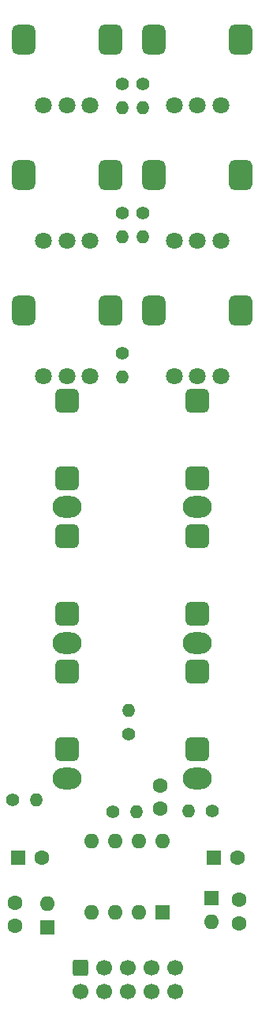
<source format=gbs>
%TF.GenerationSoftware,KiCad,Pcbnew,(7.0.0)*%
%TF.CreationDate,2023-02-22T07:55:50-05:00*%
%TF.ProjectId,ER-MIXER5-02,45522d4d-4958-4455-9235-2d30322e6b69,1*%
%TF.SameCoordinates,Original*%
%TF.FileFunction,Soldermask,Bot*%
%TF.FilePolarity,Negative*%
%FSLAX46Y46*%
G04 Gerber Fmt 4.6, Leading zero omitted, Abs format (unit mm)*
G04 Created by KiCad (PCBNEW (7.0.0)) date 2023-02-22 07:55:50*
%MOMM*%
%LPD*%
G01*
G04 APERTURE LIST*
G04 Aperture macros list*
%AMRoundRect*
0 Rectangle with rounded corners*
0 $1 Rounding radius*
0 $2 $3 $4 $5 $6 $7 $8 $9 X,Y pos of 4 corners*
0 Add a 4 corners polygon primitive as box body*
4,1,4,$2,$3,$4,$5,$6,$7,$8,$9,$2,$3,0*
0 Add four circle primitives for the rounded corners*
1,1,$1+$1,$2,$3*
1,1,$1+$1,$4,$5*
1,1,$1+$1,$6,$7*
1,1,$1+$1,$8,$9*
0 Add four rect primitives between the rounded corners*
20,1,$1+$1,$2,$3,$4,$5,0*
20,1,$1+$1,$4,$5,$6,$7,0*
20,1,$1+$1,$6,$7,$8,$9,0*
20,1,$1+$1,$8,$9,$2,$3,0*%
G04 Aperture macros list end*
%ADD10RoundRect,0.625000X0.625000X-0.975000X0.625000X0.975000X-0.625000X0.975000X-0.625000X-0.975000X0*%
%ADD11RoundRect,0.578704X0.671296X-1.021296X0.671296X1.021296X-0.671296X1.021296X-0.671296X-1.021296X0*%
%ADD12C,1.800000*%
%ADD13C,1.400000*%
%ADD14O,1.400000X1.400000*%
%ADD15R,1.600000X1.600000*%
%ADD16O,1.600000X1.600000*%
%ADD17O,3.100000X2.300000*%
%ADD18RoundRect,0.650000X-0.650000X-0.650000X0.650000X-0.650000X0.650000X0.650000X-0.650000X0.650000X0*%
%ADD19C,1.600000*%
%ADD20RoundRect,0.250000X-0.600000X0.600000X-0.600000X-0.600000X0.600000X-0.600000X0.600000X0.600000X0*%
%ADD21C,1.700000*%
G04 APERTURE END LIST*
D10*
%TO.C,RV5*%
X17950000Y-29500000D03*
D11*
X27250000Y-29500000D03*
D12*
X25100000Y-36500000D03*
X22600000Y-36500000D03*
X20100000Y-36500000D03*
%TD*%
D13*
%TO.C,R4*%
X16750000Y-33530000D03*
D14*
X16749999Y-36069999D03*
%TD*%
D15*
%TO.C,D2*%
X6499999Y-109883685D03*
D16*
X6499999Y-107343685D03*
%TD*%
D10*
%TO.C,RV1*%
X17950000Y-44000000D03*
D11*
X27250000Y-44000000D03*
D12*
X25100000Y-51000000D03*
X22600000Y-51000000D03*
X20100000Y-51000000D03*
%TD*%
D10*
%TO.C,RV3*%
X17950000Y-15000000D03*
D11*
X27250000Y-15000000D03*
D12*
X25100000Y-22000000D03*
X22600000Y-22000000D03*
X20100000Y-22000000D03*
%TD*%
D10*
%TO.C,RV6*%
X3950000Y-44000000D03*
D11*
X13250000Y-44000000D03*
D12*
X11100000Y-51000000D03*
X8600000Y-51000000D03*
X6100000Y-51000000D03*
%TD*%
D17*
%TO.C,J5*%
X22599999Y-79479999D03*
D18*
X22600000Y-68080000D03*
X22600000Y-76380000D03*
%TD*%
D17*
%TO.C,J6*%
X8599999Y-93979999D03*
D18*
X8600000Y-82580000D03*
X8600000Y-90880000D03*
%TD*%
D13*
%TO.C,R10*%
X15250000Y-89220000D03*
D14*
X15249999Y-86679999D03*
%TD*%
D15*
%TO.C,C3*%
X24383999Y-102499999D03*
D19*
X26884000Y-102500000D03*
%TD*%
D13*
%TO.C,R7*%
X2780000Y-96250000D03*
D14*
X5319999Y-96249999D03*
%TD*%
D19*
%TO.C,C1*%
X27100000Y-106954000D03*
X27100000Y-109454000D03*
%TD*%
D13*
%TO.C,R5*%
X14500000Y-48530000D03*
D14*
X14499999Y-51069999D03*
%TD*%
D17*
%TO.C,J2*%
X8599999Y-64979999D03*
D18*
X8600000Y-53580000D03*
X8600000Y-61880000D03*
%TD*%
D17*
%TO.C,J1*%
X22599999Y-93979999D03*
D18*
X22600000Y-82580000D03*
X22600000Y-90880000D03*
%TD*%
D15*
%TO.C,D1*%
X24129999Y-106778314D03*
D16*
X24129999Y-109318314D03*
%TD*%
D19*
%TO.C,C2*%
X3000000Y-109750000D03*
X3000000Y-107250000D03*
%TD*%
D13*
%TO.C,R8*%
X24220000Y-97500000D03*
D14*
X21679999Y-97499999D03*
%TD*%
D13*
%TO.C,R3*%
X14500000Y-33530000D03*
D14*
X14499999Y-36069999D03*
%TD*%
D13*
%TO.C,R9*%
X13512000Y-97536000D03*
D14*
X16051999Y-97535999D03*
%TD*%
D17*
%TO.C,J4*%
X8599999Y-79479999D03*
D18*
X8600000Y-68080000D03*
X8600000Y-76380000D03*
%TD*%
D12*
%TO.C,RV2*%
X6100000Y-22000000D03*
X8600000Y-22000000D03*
X11100000Y-22000000D03*
D11*
X13250000Y-15000000D03*
D10*
X3950000Y-15000000D03*
%TD*%
D13*
%TO.C,R1*%
X14500000Y-19780000D03*
D14*
X14499999Y-22319999D03*
%TD*%
D10*
%TO.C,RV4*%
X3950000Y-29500000D03*
D11*
X13250000Y-29500000D03*
D12*
X11100000Y-36500000D03*
X8600000Y-36500000D03*
X6100000Y-36500000D03*
%TD*%
D13*
%TO.C,R2*%
X16750000Y-19780000D03*
D14*
X16749999Y-22319999D03*
%TD*%
D19*
%TO.C,C5*%
X18600001Y-94750001D03*
X18600001Y-97250001D03*
%TD*%
D15*
%TO.C,C4*%
X3394887Y-102499999D03*
D19*
X5894888Y-102500000D03*
%TD*%
D17*
%TO.C,J3*%
X22599999Y-64979999D03*
D18*
X22600000Y-53580000D03*
X22600000Y-61880000D03*
%TD*%
D20*
%TO.C,J8*%
X10020000Y-114247500D03*
D21*
X10020000Y-116787500D03*
X12560000Y-114247500D03*
X12560000Y-116787500D03*
X15100000Y-114247500D03*
X15100000Y-116787500D03*
X17640000Y-114247500D03*
X17640000Y-116787500D03*
X20180000Y-114247500D03*
X20180000Y-116787500D03*
%TD*%
D15*
%TO.C,U1*%
X18899999Y-108300011D03*
D16*
X16359999Y-108300011D03*
X13819999Y-108300011D03*
X11279999Y-108300011D03*
X11279999Y-100680011D03*
X13819999Y-100680011D03*
X16359999Y-100680011D03*
X18899999Y-100680011D03*
%TD*%
M02*

</source>
